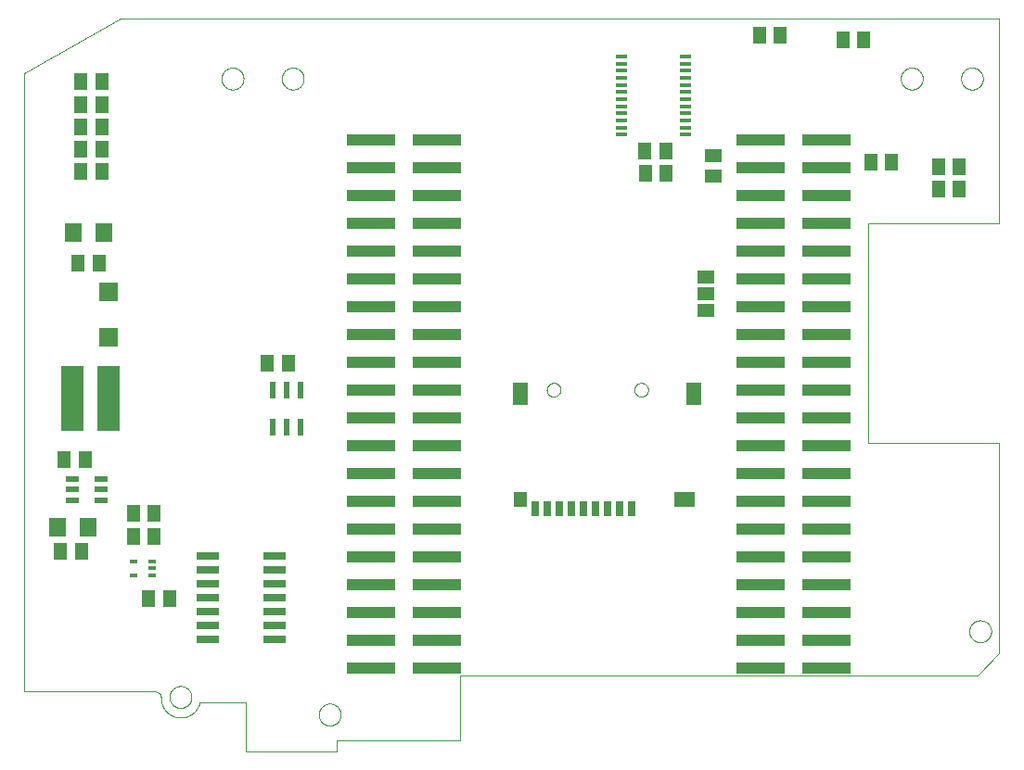
<source format=gbp>
G75*
%MOIN*%
%OFA0B0*%
%FSLAX25Y25*%
%IPPOS*%
%LPD*%
%AMOC8*
5,1,8,0,0,1.08239X$1,22.5*
%
%ADD10C,0.00000*%
%ADD11R,0.05118X0.05906*%
%ADD12R,0.06299X0.07087*%
%ADD13R,0.05118X0.06299*%
%ADD14R,0.17717X0.04016*%
%ADD15R,0.02756X0.05512*%
%ADD16R,0.05512X0.07874*%
%ADD17R,0.05039X0.05512*%
%ADD18R,0.07677X0.05512*%
%ADD19R,0.07874X0.23622*%
%ADD20R,0.06693X0.07087*%
%ADD21R,0.06300X0.04600*%
%ADD22R,0.04800X0.02200*%
%ADD23R,0.02087X0.06024*%
%ADD24R,0.02756X0.01575*%
%ADD25R,0.03900X0.01200*%
%ADD26R,0.08000X0.02600*%
%ADD27R,0.06299X0.05118*%
D10*
X0014319Y0022654D02*
X0060973Y0022654D01*
X0060973Y0022653D02*
X0061070Y0022654D01*
X0061168Y0022650D01*
X0061266Y0022643D01*
X0061363Y0022631D01*
X0061459Y0022616D01*
X0061555Y0022597D01*
X0061650Y0022574D01*
X0061744Y0022548D01*
X0061837Y0022517D01*
X0061929Y0022483D01*
X0062019Y0022446D01*
X0062108Y0022404D01*
X0062195Y0022360D01*
X0062280Y0022311D01*
X0062363Y0022260D01*
X0062444Y0022205D01*
X0062523Y0022147D01*
X0062599Y0022086D01*
X0062673Y0022022D01*
X0062744Y0021955D01*
X0062813Y0021885D01*
X0062878Y0021813D01*
X0062941Y0021738D01*
X0063001Y0021660D01*
X0063057Y0021581D01*
X0063111Y0021499D01*
X0063161Y0021415D01*
X0063207Y0021329D01*
X0063250Y0021241D01*
X0063290Y0021152D01*
X0063326Y0021061D01*
X0063358Y0020968D01*
X0063387Y0020875D01*
X0063412Y0020780D01*
X0063433Y0020685D01*
X0066484Y0020685D02*
X0066486Y0020810D01*
X0066492Y0020935D01*
X0066502Y0021059D01*
X0066516Y0021183D01*
X0066533Y0021307D01*
X0066555Y0021430D01*
X0066581Y0021552D01*
X0066610Y0021674D01*
X0066643Y0021794D01*
X0066681Y0021913D01*
X0066721Y0022032D01*
X0066766Y0022148D01*
X0066814Y0022263D01*
X0066866Y0022377D01*
X0066922Y0022489D01*
X0066981Y0022599D01*
X0067043Y0022707D01*
X0067109Y0022814D01*
X0067178Y0022918D01*
X0067251Y0023019D01*
X0067326Y0023119D01*
X0067405Y0023216D01*
X0067487Y0023310D01*
X0067572Y0023402D01*
X0067659Y0023491D01*
X0067750Y0023577D01*
X0067843Y0023660D01*
X0067939Y0023741D01*
X0068037Y0023818D01*
X0068137Y0023892D01*
X0068240Y0023963D01*
X0068345Y0024030D01*
X0068453Y0024095D01*
X0068562Y0024155D01*
X0068673Y0024213D01*
X0068786Y0024266D01*
X0068900Y0024316D01*
X0069016Y0024363D01*
X0069133Y0024405D01*
X0069252Y0024444D01*
X0069372Y0024480D01*
X0069493Y0024511D01*
X0069615Y0024539D01*
X0069737Y0024562D01*
X0069861Y0024582D01*
X0069985Y0024598D01*
X0070109Y0024610D01*
X0070234Y0024618D01*
X0070359Y0024622D01*
X0070483Y0024622D01*
X0070608Y0024618D01*
X0070733Y0024610D01*
X0070857Y0024598D01*
X0070981Y0024582D01*
X0071105Y0024562D01*
X0071227Y0024539D01*
X0071349Y0024511D01*
X0071470Y0024480D01*
X0071590Y0024444D01*
X0071709Y0024405D01*
X0071826Y0024363D01*
X0071942Y0024316D01*
X0072056Y0024266D01*
X0072169Y0024213D01*
X0072280Y0024155D01*
X0072390Y0024095D01*
X0072497Y0024030D01*
X0072602Y0023963D01*
X0072705Y0023892D01*
X0072805Y0023818D01*
X0072903Y0023741D01*
X0072999Y0023660D01*
X0073092Y0023577D01*
X0073183Y0023491D01*
X0073270Y0023402D01*
X0073355Y0023310D01*
X0073437Y0023216D01*
X0073516Y0023119D01*
X0073591Y0023019D01*
X0073664Y0022918D01*
X0073733Y0022814D01*
X0073799Y0022707D01*
X0073861Y0022599D01*
X0073920Y0022489D01*
X0073976Y0022377D01*
X0074028Y0022263D01*
X0074076Y0022148D01*
X0074121Y0022032D01*
X0074161Y0021913D01*
X0074199Y0021794D01*
X0074232Y0021674D01*
X0074261Y0021552D01*
X0074287Y0021430D01*
X0074309Y0021307D01*
X0074326Y0021183D01*
X0074340Y0021059D01*
X0074350Y0020935D01*
X0074356Y0020810D01*
X0074358Y0020685D01*
X0074356Y0020560D01*
X0074350Y0020435D01*
X0074340Y0020311D01*
X0074326Y0020187D01*
X0074309Y0020063D01*
X0074287Y0019940D01*
X0074261Y0019818D01*
X0074232Y0019696D01*
X0074199Y0019576D01*
X0074161Y0019457D01*
X0074121Y0019338D01*
X0074076Y0019222D01*
X0074028Y0019107D01*
X0073976Y0018993D01*
X0073920Y0018881D01*
X0073861Y0018771D01*
X0073799Y0018663D01*
X0073733Y0018556D01*
X0073664Y0018452D01*
X0073591Y0018351D01*
X0073516Y0018251D01*
X0073437Y0018154D01*
X0073355Y0018060D01*
X0073270Y0017968D01*
X0073183Y0017879D01*
X0073092Y0017793D01*
X0072999Y0017710D01*
X0072903Y0017629D01*
X0072805Y0017552D01*
X0072705Y0017478D01*
X0072602Y0017407D01*
X0072497Y0017340D01*
X0072389Y0017275D01*
X0072280Y0017215D01*
X0072169Y0017157D01*
X0072056Y0017104D01*
X0071942Y0017054D01*
X0071826Y0017007D01*
X0071709Y0016965D01*
X0071590Y0016926D01*
X0071470Y0016890D01*
X0071349Y0016859D01*
X0071227Y0016831D01*
X0071105Y0016808D01*
X0070981Y0016788D01*
X0070857Y0016772D01*
X0070733Y0016760D01*
X0070608Y0016752D01*
X0070483Y0016748D01*
X0070359Y0016748D01*
X0070234Y0016752D01*
X0070109Y0016760D01*
X0069985Y0016772D01*
X0069861Y0016788D01*
X0069737Y0016808D01*
X0069615Y0016831D01*
X0069493Y0016859D01*
X0069372Y0016890D01*
X0069252Y0016926D01*
X0069133Y0016965D01*
X0069016Y0017007D01*
X0068900Y0017054D01*
X0068786Y0017104D01*
X0068673Y0017157D01*
X0068562Y0017215D01*
X0068452Y0017275D01*
X0068345Y0017340D01*
X0068240Y0017407D01*
X0068137Y0017478D01*
X0068037Y0017552D01*
X0067939Y0017629D01*
X0067843Y0017710D01*
X0067750Y0017793D01*
X0067659Y0017879D01*
X0067572Y0017968D01*
X0067487Y0018060D01*
X0067405Y0018154D01*
X0067326Y0018251D01*
X0067251Y0018351D01*
X0067178Y0018452D01*
X0067109Y0018556D01*
X0067043Y0018663D01*
X0066981Y0018771D01*
X0066922Y0018881D01*
X0066866Y0018993D01*
X0066814Y0019107D01*
X0066766Y0019222D01*
X0066721Y0019338D01*
X0066681Y0019457D01*
X0066643Y0019576D01*
X0066610Y0019696D01*
X0066581Y0019818D01*
X0066555Y0019940D01*
X0066533Y0020063D01*
X0066516Y0020187D01*
X0066502Y0020311D01*
X0066492Y0020435D01*
X0066486Y0020560D01*
X0066484Y0020685D01*
X0063433Y0020685D02*
X0063426Y0020513D01*
X0063423Y0020340D01*
X0063424Y0020168D01*
X0063430Y0019995D01*
X0063440Y0019823D01*
X0063454Y0019651D01*
X0063472Y0019480D01*
X0063494Y0019309D01*
X0063521Y0019138D01*
X0063552Y0018969D01*
X0063587Y0018800D01*
X0063626Y0018632D01*
X0063669Y0018465D01*
X0063716Y0018299D01*
X0063767Y0018134D01*
X0063823Y0017971D01*
X0063882Y0017809D01*
X0063945Y0017648D01*
X0064012Y0017489D01*
X0064083Y0017332D01*
X0064158Y0017177D01*
X0064237Y0017023D01*
X0064319Y0016872D01*
X0064406Y0016722D01*
X0064495Y0016575D01*
X0064589Y0016430D01*
X0064685Y0016287D01*
X0064786Y0016147D01*
X0064890Y0016009D01*
X0064997Y0015874D01*
X0065107Y0015741D01*
X0065221Y0015611D01*
X0065337Y0015484D01*
X0065457Y0015360D01*
X0065580Y0015239D01*
X0065706Y0015121D01*
X0065834Y0015006D01*
X0065966Y0014894D01*
X0066100Y0014786D01*
X0066237Y0014680D01*
X0066376Y0014579D01*
X0066517Y0014480D01*
X0066662Y0014385D01*
X0066808Y0014294D01*
X0066956Y0014206D01*
X0067107Y0014122D01*
X0067260Y0014042D01*
X0067414Y0013965D01*
X0067571Y0013893D01*
X0067729Y0013824D01*
X0067889Y0013759D01*
X0068050Y0013698D01*
X0068213Y0013641D01*
X0068377Y0013588D01*
X0068542Y0013539D01*
X0068709Y0013494D01*
X0068877Y0013453D01*
X0069045Y0013416D01*
X0069215Y0013384D01*
X0069385Y0013355D01*
X0069555Y0013331D01*
X0069727Y0013311D01*
X0069899Y0013295D01*
X0070071Y0013284D01*
X0070243Y0013276D01*
X0070416Y0013273D01*
X0070588Y0013274D01*
X0070760Y0013280D01*
X0070933Y0013289D01*
X0071105Y0013303D01*
X0071276Y0013321D01*
X0071447Y0013343D01*
X0071618Y0013369D01*
X0071788Y0013400D01*
X0071957Y0013434D01*
X0072125Y0013473D01*
X0072292Y0013516D01*
X0072458Y0013563D01*
X0072622Y0013614D01*
X0072786Y0013669D01*
X0072948Y0013728D01*
X0073109Y0013791D01*
X0073268Y0013858D01*
X0073425Y0013929D01*
X0073580Y0014004D01*
X0073734Y0014082D01*
X0073886Y0014164D01*
X0074035Y0014250D01*
X0074183Y0014340D01*
X0074328Y0014433D01*
X0074471Y0014530D01*
X0074611Y0014630D01*
X0074749Y0014733D01*
X0074885Y0014840D01*
X0075017Y0014950D01*
X0075147Y0015064D01*
X0075274Y0015180D01*
X0075399Y0015300D01*
X0075520Y0015423D01*
X0075638Y0015548D01*
X0075753Y0015677D01*
X0075865Y0015808D01*
X0075974Y0015942D01*
X0076080Y0016078D01*
X0076182Y0016218D01*
X0076280Y0016359D01*
X0076375Y0016503D01*
X0076467Y0016649D01*
X0076555Y0016798D01*
X0076639Y0016948D01*
X0076719Y0017101D01*
X0076796Y0017255D01*
X0076869Y0017412D01*
X0076938Y0017570D01*
X0077003Y0017729D01*
X0077065Y0017891D01*
X0077122Y0018053D01*
X0077175Y0018217D01*
X0077224Y0018383D01*
X0077270Y0018549D01*
X0077311Y0018717D01*
X0094043Y0018717D01*
X0094043Y0001000D01*
X0126524Y0001000D01*
X0126524Y0004937D01*
X0171012Y0004937D01*
X0171012Y0028559D01*
X0356839Y0028559D01*
X0364713Y0036433D01*
X0364713Y0112220D01*
X0317469Y0112220D01*
X0317469Y0190961D01*
X0364713Y0190961D01*
X0364713Y0264780D01*
X0048768Y0264780D01*
X0014319Y0245094D01*
X0014319Y0022654D01*
X0120126Y0014346D02*
X0120128Y0014471D01*
X0120134Y0014596D01*
X0120144Y0014720D01*
X0120158Y0014844D01*
X0120175Y0014968D01*
X0120197Y0015091D01*
X0120223Y0015213D01*
X0120252Y0015335D01*
X0120285Y0015455D01*
X0120323Y0015574D01*
X0120363Y0015693D01*
X0120408Y0015809D01*
X0120456Y0015924D01*
X0120508Y0016038D01*
X0120564Y0016150D01*
X0120623Y0016260D01*
X0120685Y0016368D01*
X0120751Y0016475D01*
X0120820Y0016579D01*
X0120893Y0016680D01*
X0120968Y0016780D01*
X0121047Y0016877D01*
X0121129Y0016971D01*
X0121214Y0017063D01*
X0121301Y0017152D01*
X0121392Y0017238D01*
X0121485Y0017321D01*
X0121581Y0017402D01*
X0121679Y0017479D01*
X0121779Y0017553D01*
X0121882Y0017624D01*
X0121987Y0017691D01*
X0122095Y0017756D01*
X0122204Y0017816D01*
X0122315Y0017874D01*
X0122428Y0017927D01*
X0122542Y0017977D01*
X0122658Y0018024D01*
X0122775Y0018066D01*
X0122894Y0018105D01*
X0123014Y0018141D01*
X0123135Y0018172D01*
X0123257Y0018200D01*
X0123379Y0018223D01*
X0123503Y0018243D01*
X0123627Y0018259D01*
X0123751Y0018271D01*
X0123876Y0018279D01*
X0124001Y0018283D01*
X0124125Y0018283D01*
X0124250Y0018279D01*
X0124375Y0018271D01*
X0124499Y0018259D01*
X0124623Y0018243D01*
X0124747Y0018223D01*
X0124869Y0018200D01*
X0124991Y0018172D01*
X0125112Y0018141D01*
X0125232Y0018105D01*
X0125351Y0018066D01*
X0125468Y0018024D01*
X0125584Y0017977D01*
X0125698Y0017927D01*
X0125811Y0017874D01*
X0125922Y0017816D01*
X0126032Y0017756D01*
X0126139Y0017691D01*
X0126244Y0017624D01*
X0126347Y0017553D01*
X0126447Y0017479D01*
X0126545Y0017402D01*
X0126641Y0017321D01*
X0126734Y0017238D01*
X0126825Y0017152D01*
X0126912Y0017063D01*
X0126997Y0016971D01*
X0127079Y0016877D01*
X0127158Y0016780D01*
X0127233Y0016680D01*
X0127306Y0016579D01*
X0127375Y0016475D01*
X0127441Y0016368D01*
X0127503Y0016260D01*
X0127562Y0016150D01*
X0127618Y0016038D01*
X0127670Y0015924D01*
X0127718Y0015809D01*
X0127763Y0015693D01*
X0127803Y0015574D01*
X0127841Y0015455D01*
X0127874Y0015335D01*
X0127903Y0015213D01*
X0127929Y0015091D01*
X0127951Y0014968D01*
X0127968Y0014844D01*
X0127982Y0014720D01*
X0127992Y0014596D01*
X0127998Y0014471D01*
X0128000Y0014346D01*
X0127998Y0014221D01*
X0127992Y0014096D01*
X0127982Y0013972D01*
X0127968Y0013848D01*
X0127951Y0013724D01*
X0127929Y0013601D01*
X0127903Y0013479D01*
X0127874Y0013357D01*
X0127841Y0013237D01*
X0127803Y0013118D01*
X0127763Y0012999D01*
X0127718Y0012883D01*
X0127670Y0012768D01*
X0127618Y0012654D01*
X0127562Y0012542D01*
X0127503Y0012432D01*
X0127441Y0012324D01*
X0127375Y0012217D01*
X0127306Y0012113D01*
X0127233Y0012012D01*
X0127158Y0011912D01*
X0127079Y0011815D01*
X0126997Y0011721D01*
X0126912Y0011629D01*
X0126825Y0011540D01*
X0126734Y0011454D01*
X0126641Y0011371D01*
X0126545Y0011290D01*
X0126447Y0011213D01*
X0126347Y0011139D01*
X0126244Y0011068D01*
X0126139Y0011001D01*
X0126031Y0010936D01*
X0125922Y0010876D01*
X0125811Y0010818D01*
X0125698Y0010765D01*
X0125584Y0010715D01*
X0125468Y0010668D01*
X0125351Y0010626D01*
X0125232Y0010587D01*
X0125112Y0010551D01*
X0124991Y0010520D01*
X0124869Y0010492D01*
X0124747Y0010469D01*
X0124623Y0010449D01*
X0124499Y0010433D01*
X0124375Y0010421D01*
X0124250Y0010413D01*
X0124125Y0010409D01*
X0124001Y0010409D01*
X0123876Y0010413D01*
X0123751Y0010421D01*
X0123627Y0010433D01*
X0123503Y0010449D01*
X0123379Y0010469D01*
X0123257Y0010492D01*
X0123135Y0010520D01*
X0123014Y0010551D01*
X0122894Y0010587D01*
X0122775Y0010626D01*
X0122658Y0010668D01*
X0122542Y0010715D01*
X0122428Y0010765D01*
X0122315Y0010818D01*
X0122204Y0010876D01*
X0122094Y0010936D01*
X0121987Y0011001D01*
X0121882Y0011068D01*
X0121779Y0011139D01*
X0121679Y0011213D01*
X0121581Y0011290D01*
X0121485Y0011371D01*
X0121392Y0011454D01*
X0121301Y0011540D01*
X0121214Y0011629D01*
X0121129Y0011721D01*
X0121047Y0011815D01*
X0120968Y0011912D01*
X0120893Y0012012D01*
X0120820Y0012113D01*
X0120751Y0012217D01*
X0120685Y0012324D01*
X0120623Y0012432D01*
X0120564Y0012542D01*
X0120508Y0012654D01*
X0120456Y0012768D01*
X0120408Y0012883D01*
X0120363Y0012999D01*
X0120323Y0013118D01*
X0120285Y0013237D01*
X0120252Y0013357D01*
X0120223Y0013479D01*
X0120197Y0013601D01*
X0120175Y0013724D01*
X0120158Y0013848D01*
X0120144Y0013972D01*
X0120134Y0014096D01*
X0120128Y0014221D01*
X0120126Y0014346D01*
X0202055Y0131189D02*
X0202057Y0131288D01*
X0202063Y0131387D01*
X0202073Y0131486D01*
X0202087Y0131584D01*
X0202105Y0131681D01*
X0202127Y0131778D01*
X0202152Y0131874D01*
X0202182Y0131968D01*
X0202215Y0132062D01*
X0202252Y0132154D01*
X0202293Y0132244D01*
X0202337Y0132333D01*
X0202385Y0132419D01*
X0202436Y0132504D01*
X0202491Y0132587D01*
X0202549Y0132667D01*
X0202610Y0132745D01*
X0202674Y0132821D01*
X0202741Y0132894D01*
X0202811Y0132964D01*
X0202884Y0133031D01*
X0202960Y0133095D01*
X0203038Y0133156D01*
X0203118Y0133214D01*
X0203201Y0133269D01*
X0203285Y0133320D01*
X0203372Y0133368D01*
X0203461Y0133412D01*
X0203551Y0133453D01*
X0203643Y0133490D01*
X0203737Y0133523D01*
X0203831Y0133553D01*
X0203927Y0133578D01*
X0204024Y0133600D01*
X0204121Y0133618D01*
X0204219Y0133632D01*
X0204318Y0133642D01*
X0204417Y0133648D01*
X0204516Y0133650D01*
X0204615Y0133648D01*
X0204714Y0133642D01*
X0204813Y0133632D01*
X0204911Y0133618D01*
X0205008Y0133600D01*
X0205105Y0133578D01*
X0205201Y0133553D01*
X0205295Y0133523D01*
X0205389Y0133490D01*
X0205481Y0133453D01*
X0205571Y0133412D01*
X0205660Y0133368D01*
X0205746Y0133320D01*
X0205831Y0133269D01*
X0205914Y0133214D01*
X0205994Y0133156D01*
X0206072Y0133095D01*
X0206148Y0133031D01*
X0206221Y0132964D01*
X0206291Y0132894D01*
X0206358Y0132821D01*
X0206422Y0132745D01*
X0206483Y0132667D01*
X0206541Y0132587D01*
X0206596Y0132504D01*
X0206647Y0132420D01*
X0206695Y0132333D01*
X0206739Y0132244D01*
X0206780Y0132154D01*
X0206817Y0132062D01*
X0206850Y0131968D01*
X0206880Y0131874D01*
X0206905Y0131778D01*
X0206927Y0131681D01*
X0206945Y0131584D01*
X0206959Y0131486D01*
X0206969Y0131387D01*
X0206975Y0131288D01*
X0206977Y0131189D01*
X0206975Y0131090D01*
X0206969Y0130991D01*
X0206959Y0130892D01*
X0206945Y0130794D01*
X0206927Y0130697D01*
X0206905Y0130600D01*
X0206880Y0130504D01*
X0206850Y0130410D01*
X0206817Y0130316D01*
X0206780Y0130224D01*
X0206739Y0130134D01*
X0206695Y0130045D01*
X0206647Y0129959D01*
X0206596Y0129874D01*
X0206541Y0129791D01*
X0206483Y0129711D01*
X0206422Y0129633D01*
X0206358Y0129557D01*
X0206291Y0129484D01*
X0206221Y0129414D01*
X0206148Y0129347D01*
X0206072Y0129283D01*
X0205994Y0129222D01*
X0205914Y0129164D01*
X0205831Y0129109D01*
X0205747Y0129058D01*
X0205660Y0129010D01*
X0205571Y0128966D01*
X0205481Y0128925D01*
X0205389Y0128888D01*
X0205295Y0128855D01*
X0205201Y0128825D01*
X0205105Y0128800D01*
X0205008Y0128778D01*
X0204911Y0128760D01*
X0204813Y0128746D01*
X0204714Y0128736D01*
X0204615Y0128730D01*
X0204516Y0128728D01*
X0204417Y0128730D01*
X0204318Y0128736D01*
X0204219Y0128746D01*
X0204121Y0128760D01*
X0204024Y0128778D01*
X0203927Y0128800D01*
X0203831Y0128825D01*
X0203737Y0128855D01*
X0203643Y0128888D01*
X0203551Y0128925D01*
X0203461Y0128966D01*
X0203372Y0129010D01*
X0203286Y0129058D01*
X0203201Y0129109D01*
X0203118Y0129164D01*
X0203038Y0129222D01*
X0202960Y0129283D01*
X0202884Y0129347D01*
X0202811Y0129414D01*
X0202741Y0129484D01*
X0202674Y0129557D01*
X0202610Y0129633D01*
X0202549Y0129711D01*
X0202491Y0129791D01*
X0202436Y0129874D01*
X0202385Y0129958D01*
X0202337Y0130045D01*
X0202293Y0130134D01*
X0202252Y0130224D01*
X0202215Y0130316D01*
X0202182Y0130410D01*
X0202152Y0130504D01*
X0202127Y0130600D01*
X0202105Y0130697D01*
X0202087Y0130794D01*
X0202073Y0130892D01*
X0202063Y0130991D01*
X0202057Y0131090D01*
X0202055Y0131189D01*
X0233551Y0131189D02*
X0233553Y0131288D01*
X0233559Y0131387D01*
X0233569Y0131486D01*
X0233583Y0131584D01*
X0233601Y0131681D01*
X0233623Y0131778D01*
X0233648Y0131874D01*
X0233678Y0131968D01*
X0233711Y0132062D01*
X0233748Y0132154D01*
X0233789Y0132244D01*
X0233833Y0132333D01*
X0233881Y0132419D01*
X0233932Y0132504D01*
X0233987Y0132587D01*
X0234045Y0132667D01*
X0234106Y0132745D01*
X0234170Y0132821D01*
X0234237Y0132894D01*
X0234307Y0132964D01*
X0234380Y0133031D01*
X0234456Y0133095D01*
X0234534Y0133156D01*
X0234614Y0133214D01*
X0234697Y0133269D01*
X0234781Y0133320D01*
X0234868Y0133368D01*
X0234957Y0133412D01*
X0235047Y0133453D01*
X0235139Y0133490D01*
X0235233Y0133523D01*
X0235327Y0133553D01*
X0235423Y0133578D01*
X0235520Y0133600D01*
X0235617Y0133618D01*
X0235715Y0133632D01*
X0235814Y0133642D01*
X0235913Y0133648D01*
X0236012Y0133650D01*
X0236111Y0133648D01*
X0236210Y0133642D01*
X0236309Y0133632D01*
X0236407Y0133618D01*
X0236504Y0133600D01*
X0236601Y0133578D01*
X0236697Y0133553D01*
X0236791Y0133523D01*
X0236885Y0133490D01*
X0236977Y0133453D01*
X0237067Y0133412D01*
X0237156Y0133368D01*
X0237242Y0133320D01*
X0237327Y0133269D01*
X0237410Y0133214D01*
X0237490Y0133156D01*
X0237568Y0133095D01*
X0237644Y0133031D01*
X0237717Y0132964D01*
X0237787Y0132894D01*
X0237854Y0132821D01*
X0237918Y0132745D01*
X0237979Y0132667D01*
X0238037Y0132587D01*
X0238092Y0132504D01*
X0238143Y0132420D01*
X0238191Y0132333D01*
X0238235Y0132244D01*
X0238276Y0132154D01*
X0238313Y0132062D01*
X0238346Y0131968D01*
X0238376Y0131874D01*
X0238401Y0131778D01*
X0238423Y0131681D01*
X0238441Y0131584D01*
X0238455Y0131486D01*
X0238465Y0131387D01*
X0238471Y0131288D01*
X0238473Y0131189D01*
X0238471Y0131090D01*
X0238465Y0130991D01*
X0238455Y0130892D01*
X0238441Y0130794D01*
X0238423Y0130697D01*
X0238401Y0130600D01*
X0238376Y0130504D01*
X0238346Y0130410D01*
X0238313Y0130316D01*
X0238276Y0130224D01*
X0238235Y0130134D01*
X0238191Y0130045D01*
X0238143Y0129959D01*
X0238092Y0129874D01*
X0238037Y0129791D01*
X0237979Y0129711D01*
X0237918Y0129633D01*
X0237854Y0129557D01*
X0237787Y0129484D01*
X0237717Y0129414D01*
X0237644Y0129347D01*
X0237568Y0129283D01*
X0237490Y0129222D01*
X0237410Y0129164D01*
X0237327Y0129109D01*
X0237243Y0129058D01*
X0237156Y0129010D01*
X0237067Y0128966D01*
X0236977Y0128925D01*
X0236885Y0128888D01*
X0236791Y0128855D01*
X0236697Y0128825D01*
X0236601Y0128800D01*
X0236504Y0128778D01*
X0236407Y0128760D01*
X0236309Y0128746D01*
X0236210Y0128736D01*
X0236111Y0128730D01*
X0236012Y0128728D01*
X0235913Y0128730D01*
X0235814Y0128736D01*
X0235715Y0128746D01*
X0235617Y0128760D01*
X0235520Y0128778D01*
X0235423Y0128800D01*
X0235327Y0128825D01*
X0235233Y0128855D01*
X0235139Y0128888D01*
X0235047Y0128925D01*
X0234957Y0128966D01*
X0234868Y0129010D01*
X0234782Y0129058D01*
X0234697Y0129109D01*
X0234614Y0129164D01*
X0234534Y0129222D01*
X0234456Y0129283D01*
X0234380Y0129347D01*
X0234307Y0129414D01*
X0234237Y0129484D01*
X0234170Y0129557D01*
X0234106Y0129633D01*
X0234045Y0129711D01*
X0233987Y0129791D01*
X0233932Y0129874D01*
X0233881Y0129958D01*
X0233833Y0130045D01*
X0233789Y0130134D01*
X0233748Y0130224D01*
X0233711Y0130316D01*
X0233678Y0130410D01*
X0233648Y0130504D01*
X0233623Y0130600D01*
X0233601Y0130697D01*
X0233583Y0130794D01*
X0233569Y0130892D01*
X0233559Y0130991D01*
X0233553Y0131090D01*
X0233551Y0131189D01*
X0353886Y0044307D02*
X0353888Y0044432D01*
X0353894Y0044557D01*
X0353904Y0044681D01*
X0353918Y0044805D01*
X0353935Y0044929D01*
X0353957Y0045052D01*
X0353983Y0045174D01*
X0354012Y0045296D01*
X0354045Y0045416D01*
X0354083Y0045535D01*
X0354123Y0045654D01*
X0354168Y0045770D01*
X0354216Y0045885D01*
X0354268Y0045999D01*
X0354324Y0046111D01*
X0354383Y0046221D01*
X0354445Y0046329D01*
X0354511Y0046436D01*
X0354580Y0046540D01*
X0354653Y0046641D01*
X0354728Y0046741D01*
X0354807Y0046838D01*
X0354889Y0046932D01*
X0354974Y0047024D01*
X0355061Y0047113D01*
X0355152Y0047199D01*
X0355245Y0047282D01*
X0355341Y0047363D01*
X0355439Y0047440D01*
X0355539Y0047514D01*
X0355642Y0047585D01*
X0355747Y0047652D01*
X0355855Y0047717D01*
X0355964Y0047777D01*
X0356075Y0047835D01*
X0356188Y0047888D01*
X0356302Y0047938D01*
X0356418Y0047985D01*
X0356535Y0048027D01*
X0356654Y0048066D01*
X0356774Y0048102D01*
X0356895Y0048133D01*
X0357017Y0048161D01*
X0357139Y0048184D01*
X0357263Y0048204D01*
X0357387Y0048220D01*
X0357511Y0048232D01*
X0357636Y0048240D01*
X0357761Y0048244D01*
X0357885Y0048244D01*
X0358010Y0048240D01*
X0358135Y0048232D01*
X0358259Y0048220D01*
X0358383Y0048204D01*
X0358507Y0048184D01*
X0358629Y0048161D01*
X0358751Y0048133D01*
X0358872Y0048102D01*
X0358992Y0048066D01*
X0359111Y0048027D01*
X0359228Y0047985D01*
X0359344Y0047938D01*
X0359458Y0047888D01*
X0359571Y0047835D01*
X0359682Y0047777D01*
X0359792Y0047717D01*
X0359899Y0047652D01*
X0360004Y0047585D01*
X0360107Y0047514D01*
X0360207Y0047440D01*
X0360305Y0047363D01*
X0360401Y0047282D01*
X0360494Y0047199D01*
X0360585Y0047113D01*
X0360672Y0047024D01*
X0360757Y0046932D01*
X0360839Y0046838D01*
X0360918Y0046741D01*
X0360993Y0046641D01*
X0361066Y0046540D01*
X0361135Y0046436D01*
X0361201Y0046329D01*
X0361263Y0046221D01*
X0361322Y0046111D01*
X0361378Y0045999D01*
X0361430Y0045885D01*
X0361478Y0045770D01*
X0361523Y0045654D01*
X0361563Y0045535D01*
X0361601Y0045416D01*
X0361634Y0045296D01*
X0361663Y0045174D01*
X0361689Y0045052D01*
X0361711Y0044929D01*
X0361728Y0044805D01*
X0361742Y0044681D01*
X0361752Y0044557D01*
X0361758Y0044432D01*
X0361760Y0044307D01*
X0361758Y0044182D01*
X0361752Y0044057D01*
X0361742Y0043933D01*
X0361728Y0043809D01*
X0361711Y0043685D01*
X0361689Y0043562D01*
X0361663Y0043440D01*
X0361634Y0043318D01*
X0361601Y0043198D01*
X0361563Y0043079D01*
X0361523Y0042960D01*
X0361478Y0042844D01*
X0361430Y0042729D01*
X0361378Y0042615D01*
X0361322Y0042503D01*
X0361263Y0042393D01*
X0361201Y0042285D01*
X0361135Y0042178D01*
X0361066Y0042074D01*
X0360993Y0041973D01*
X0360918Y0041873D01*
X0360839Y0041776D01*
X0360757Y0041682D01*
X0360672Y0041590D01*
X0360585Y0041501D01*
X0360494Y0041415D01*
X0360401Y0041332D01*
X0360305Y0041251D01*
X0360207Y0041174D01*
X0360107Y0041100D01*
X0360004Y0041029D01*
X0359899Y0040962D01*
X0359791Y0040897D01*
X0359682Y0040837D01*
X0359571Y0040779D01*
X0359458Y0040726D01*
X0359344Y0040676D01*
X0359228Y0040629D01*
X0359111Y0040587D01*
X0358992Y0040548D01*
X0358872Y0040512D01*
X0358751Y0040481D01*
X0358629Y0040453D01*
X0358507Y0040430D01*
X0358383Y0040410D01*
X0358259Y0040394D01*
X0358135Y0040382D01*
X0358010Y0040374D01*
X0357885Y0040370D01*
X0357761Y0040370D01*
X0357636Y0040374D01*
X0357511Y0040382D01*
X0357387Y0040394D01*
X0357263Y0040410D01*
X0357139Y0040430D01*
X0357017Y0040453D01*
X0356895Y0040481D01*
X0356774Y0040512D01*
X0356654Y0040548D01*
X0356535Y0040587D01*
X0356418Y0040629D01*
X0356302Y0040676D01*
X0356188Y0040726D01*
X0356075Y0040779D01*
X0355964Y0040837D01*
X0355854Y0040897D01*
X0355747Y0040962D01*
X0355642Y0041029D01*
X0355539Y0041100D01*
X0355439Y0041174D01*
X0355341Y0041251D01*
X0355245Y0041332D01*
X0355152Y0041415D01*
X0355061Y0041501D01*
X0354974Y0041590D01*
X0354889Y0041682D01*
X0354807Y0041776D01*
X0354728Y0041873D01*
X0354653Y0041973D01*
X0354580Y0042074D01*
X0354511Y0042178D01*
X0354445Y0042285D01*
X0354383Y0042393D01*
X0354324Y0042503D01*
X0354268Y0042615D01*
X0354216Y0042729D01*
X0354168Y0042844D01*
X0354123Y0042960D01*
X0354083Y0043079D01*
X0354045Y0043198D01*
X0354012Y0043318D01*
X0353983Y0043440D01*
X0353957Y0043562D01*
X0353935Y0043685D01*
X0353918Y0043809D01*
X0353904Y0043933D01*
X0353894Y0044057D01*
X0353888Y0044182D01*
X0353886Y0044307D01*
X0350933Y0243126D02*
X0350935Y0243251D01*
X0350941Y0243376D01*
X0350951Y0243500D01*
X0350965Y0243624D01*
X0350982Y0243748D01*
X0351004Y0243871D01*
X0351030Y0243993D01*
X0351059Y0244115D01*
X0351092Y0244235D01*
X0351130Y0244354D01*
X0351170Y0244473D01*
X0351215Y0244589D01*
X0351263Y0244704D01*
X0351315Y0244818D01*
X0351371Y0244930D01*
X0351430Y0245040D01*
X0351492Y0245148D01*
X0351558Y0245255D01*
X0351627Y0245359D01*
X0351700Y0245460D01*
X0351775Y0245560D01*
X0351854Y0245657D01*
X0351936Y0245751D01*
X0352021Y0245843D01*
X0352108Y0245932D01*
X0352199Y0246018D01*
X0352292Y0246101D01*
X0352388Y0246182D01*
X0352486Y0246259D01*
X0352586Y0246333D01*
X0352689Y0246404D01*
X0352794Y0246471D01*
X0352902Y0246536D01*
X0353011Y0246596D01*
X0353122Y0246654D01*
X0353235Y0246707D01*
X0353349Y0246757D01*
X0353465Y0246804D01*
X0353582Y0246846D01*
X0353701Y0246885D01*
X0353821Y0246921D01*
X0353942Y0246952D01*
X0354064Y0246980D01*
X0354186Y0247003D01*
X0354310Y0247023D01*
X0354434Y0247039D01*
X0354558Y0247051D01*
X0354683Y0247059D01*
X0354808Y0247063D01*
X0354932Y0247063D01*
X0355057Y0247059D01*
X0355182Y0247051D01*
X0355306Y0247039D01*
X0355430Y0247023D01*
X0355554Y0247003D01*
X0355676Y0246980D01*
X0355798Y0246952D01*
X0355919Y0246921D01*
X0356039Y0246885D01*
X0356158Y0246846D01*
X0356275Y0246804D01*
X0356391Y0246757D01*
X0356505Y0246707D01*
X0356618Y0246654D01*
X0356729Y0246596D01*
X0356839Y0246536D01*
X0356946Y0246471D01*
X0357051Y0246404D01*
X0357154Y0246333D01*
X0357254Y0246259D01*
X0357352Y0246182D01*
X0357448Y0246101D01*
X0357541Y0246018D01*
X0357632Y0245932D01*
X0357719Y0245843D01*
X0357804Y0245751D01*
X0357886Y0245657D01*
X0357965Y0245560D01*
X0358040Y0245460D01*
X0358113Y0245359D01*
X0358182Y0245255D01*
X0358248Y0245148D01*
X0358310Y0245040D01*
X0358369Y0244930D01*
X0358425Y0244818D01*
X0358477Y0244704D01*
X0358525Y0244589D01*
X0358570Y0244473D01*
X0358610Y0244354D01*
X0358648Y0244235D01*
X0358681Y0244115D01*
X0358710Y0243993D01*
X0358736Y0243871D01*
X0358758Y0243748D01*
X0358775Y0243624D01*
X0358789Y0243500D01*
X0358799Y0243376D01*
X0358805Y0243251D01*
X0358807Y0243126D01*
X0358805Y0243001D01*
X0358799Y0242876D01*
X0358789Y0242752D01*
X0358775Y0242628D01*
X0358758Y0242504D01*
X0358736Y0242381D01*
X0358710Y0242259D01*
X0358681Y0242137D01*
X0358648Y0242017D01*
X0358610Y0241898D01*
X0358570Y0241779D01*
X0358525Y0241663D01*
X0358477Y0241548D01*
X0358425Y0241434D01*
X0358369Y0241322D01*
X0358310Y0241212D01*
X0358248Y0241104D01*
X0358182Y0240997D01*
X0358113Y0240893D01*
X0358040Y0240792D01*
X0357965Y0240692D01*
X0357886Y0240595D01*
X0357804Y0240501D01*
X0357719Y0240409D01*
X0357632Y0240320D01*
X0357541Y0240234D01*
X0357448Y0240151D01*
X0357352Y0240070D01*
X0357254Y0239993D01*
X0357154Y0239919D01*
X0357051Y0239848D01*
X0356946Y0239781D01*
X0356838Y0239716D01*
X0356729Y0239656D01*
X0356618Y0239598D01*
X0356505Y0239545D01*
X0356391Y0239495D01*
X0356275Y0239448D01*
X0356158Y0239406D01*
X0356039Y0239367D01*
X0355919Y0239331D01*
X0355798Y0239300D01*
X0355676Y0239272D01*
X0355554Y0239249D01*
X0355430Y0239229D01*
X0355306Y0239213D01*
X0355182Y0239201D01*
X0355057Y0239193D01*
X0354932Y0239189D01*
X0354808Y0239189D01*
X0354683Y0239193D01*
X0354558Y0239201D01*
X0354434Y0239213D01*
X0354310Y0239229D01*
X0354186Y0239249D01*
X0354064Y0239272D01*
X0353942Y0239300D01*
X0353821Y0239331D01*
X0353701Y0239367D01*
X0353582Y0239406D01*
X0353465Y0239448D01*
X0353349Y0239495D01*
X0353235Y0239545D01*
X0353122Y0239598D01*
X0353011Y0239656D01*
X0352901Y0239716D01*
X0352794Y0239781D01*
X0352689Y0239848D01*
X0352586Y0239919D01*
X0352486Y0239993D01*
X0352388Y0240070D01*
X0352292Y0240151D01*
X0352199Y0240234D01*
X0352108Y0240320D01*
X0352021Y0240409D01*
X0351936Y0240501D01*
X0351854Y0240595D01*
X0351775Y0240692D01*
X0351700Y0240792D01*
X0351627Y0240893D01*
X0351558Y0240997D01*
X0351492Y0241104D01*
X0351430Y0241212D01*
X0351371Y0241322D01*
X0351315Y0241434D01*
X0351263Y0241548D01*
X0351215Y0241663D01*
X0351170Y0241779D01*
X0351130Y0241898D01*
X0351092Y0242017D01*
X0351059Y0242137D01*
X0351030Y0242259D01*
X0351004Y0242381D01*
X0350982Y0242504D01*
X0350965Y0242628D01*
X0350951Y0242752D01*
X0350941Y0242876D01*
X0350935Y0243001D01*
X0350933Y0243126D01*
X0329280Y0243126D02*
X0329282Y0243251D01*
X0329288Y0243376D01*
X0329298Y0243500D01*
X0329312Y0243624D01*
X0329329Y0243748D01*
X0329351Y0243871D01*
X0329377Y0243993D01*
X0329406Y0244115D01*
X0329439Y0244235D01*
X0329477Y0244354D01*
X0329517Y0244473D01*
X0329562Y0244589D01*
X0329610Y0244704D01*
X0329662Y0244818D01*
X0329718Y0244930D01*
X0329777Y0245040D01*
X0329839Y0245148D01*
X0329905Y0245255D01*
X0329974Y0245359D01*
X0330047Y0245460D01*
X0330122Y0245560D01*
X0330201Y0245657D01*
X0330283Y0245751D01*
X0330368Y0245843D01*
X0330455Y0245932D01*
X0330546Y0246018D01*
X0330639Y0246101D01*
X0330735Y0246182D01*
X0330833Y0246259D01*
X0330933Y0246333D01*
X0331036Y0246404D01*
X0331141Y0246471D01*
X0331249Y0246536D01*
X0331358Y0246596D01*
X0331469Y0246654D01*
X0331582Y0246707D01*
X0331696Y0246757D01*
X0331812Y0246804D01*
X0331929Y0246846D01*
X0332048Y0246885D01*
X0332168Y0246921D01*
X0332289Y0246952D01*
X0332411Y0246980D01*
X0332533Y0247003D01*
X0332657Y0247023D01*
X0332781Y0247039D01*
X0332905Y0247051D01*
X0333030Y0247059D01*
X0333155Y0247063D01*
X0333279Y0247063D01*
X0333404Y0247059D01*
X0333529Y0247051D01*
X0333653Y0247039D01*
X0333777Y0247023D01*
X0333901Y0247003D01*
X0334023Y0246980D01*
X0334145Y0246952D01*
X0334266Y0246921D01*
X0334386Y0246885D01*
X0334505Y0246846D01*
X0334622Y0246804D01*
X0334738Y0246757D01*
X0334852Y0246707D01*
X0334965Y0246654D01*
X0335076Y0246596D01*
X0335186Y0246536D01*
X0335293Y0246471D01*
X0335398Y0246404D01*
X0335501Y0246333D01*
X0335601Y0246259D01*
X0335699Y0246182D01*
X0335795Y0246101D01*
X0335888Y0246018D01*
X0335979Y0245932D01*
X0336066Y0245843D01*
X0336151Y0245751D01*
X0336233Y0245657D01*
X0336312Y0245560D01*
X0336387Y0245460D01*
X0336460Y0245359D01*
X0336529Y0245255D01*
X0336595Y0245148D01*
X0336657Y0245040D01*
X0336716Y0244930D01*
X0336772Y0244818D01*
X0336824Y0244704D01*
X0336872Y0244589D01*
X0336917Y0244473D01*
X0336957Y0244354D01*
X0336995Y0244235D01*
X0337028Y0244115D01*
X0337057Y0243993D01*
X0337083Y0243871D01*
X0337105Y0243748D01*
X0337122Y0243624D01*
X0337136Y0243500D01*
X0337146Y0243376D01*
X0337152Y0243251D01*
X0337154Y0243126D01*
X0337152Y0243001D01*
X0337146Y0242876D01*
X0337136Y0242752D01*
X0337122Y0242628D01*
X0337105Y0242504D01*
X0337083Y0242381D01*
X0337057Y0242259D01*
X0337028Y0242137D01*
X0336995Y0242017D01*
X0336957Y0241898D01*
X0336917Y0241779D01*
X0336872Y0241663D01*
X0336824Y0241548D01*
X0336772Y0241434D01*
X0336716Y0241322D01*
X0336657Y0241212D01*
X0336595Y0241104D01*
X0336529Y0240997D01*
X0336460Y0240893D01*
X0336387Y0240792D01*
X0336312Y0240692D01*
X0336233Y0240595D01*
X0336151Y0240501D01*
X0336066Y0240409D01*
X0335979Y0240320D01*
X0335888Y0240234D01*
X0335795Y0240151D01*
X0335699Y0240070D01*
X0335601Y0239993D01*
X0335501Y0239919D01*
X0335398Y0239848D01*
X0335293Y0239781D01*
X0335185Y0239716D01*
X0335076Y0239656D01*
X0334965Y0239598D01*
X0334852Y0239545D01*
X0334738Y0239495D01*
X0334622Y0239448D01*
X0334505Y0239406D01*
X0334386Y0239367D01*
X0334266Y0239331D01*
X0334145Y0239300D01*
X0334023Y0239272D01*
X0333901Y0239249D01*
X0333777Y0239229D01*
X0333653Y0239213D01*
X0333529Y0239201D01*
X0333404Y0239193D01*
X0333279Y0239189D01*
X0333155Y0239189D01*
X0333030Y0239193D01*
X0332905Y0239201D01*
X0332781Y0239213D01*
X0332657Y0239229D01*
X0332533Y0239249D01*
X0332411Y0239272D01*
X0332289Y0239300D01*
X0332168Y0239331D01*
X0332048Y0239367D01*
X0331929Y0239406D01*
X0331812Y0239448D01*
X0331696Y0239495D01*
X0331582Y0239545D01*
X0331469Y0239598D01*
X0331358Y0239656D01*
X0331248Y0239716D01*
X0331141Y0239781D01*
X0331036Y0239848D01*
X0330933Y0239919D01*
X0330833Y0239993D01*
X0330735Y0240070D01*
X0330639Y0240151D01*
X0330546Y0240234D01*
X0330455Y0240320D01*
X0330368Y0240409D01*
X0330283Y0240501D01*
X0330201Y0240595D01*
X0330122Y0240692D01*
X0330047Y0240792D01*
X0329974Y0240893D01*
X0329905Y0240997D01*
X0329839Y0241104D01*
X0329777Y0241212D01*
X0329718Y0241322D01*
X0329662Y0241434D01*
X0329610Y0241548D01*
X0329562Y0241663D01*
X0329517Y0241779D01*
X0329477Y0241898D01*
X0329439Y0242017D01*
X0329406Y0242137D01*
X0329377Y0242259D01*
X0329351Y0242381D01*
X0329329Y0242504D01*
X0329312Y0242628D01*
X0329298Y0242752D01*
X0329288Y0242876D01*
X0329282Y0243001D01*
X0329280Y0243126D01*
X0106839Y0243126D02*
X0106841Y0243251D01*
X0106847Y0243376D01*
X0106857Y0243500D01*
X0106871Y0243624D01*
X0106888Y0243748D01*
X0106910Y0243871D01*
X0106936Y0243993D01*
X0106965Y0244115D01*
X0106998Y0244235D01*
X0107036Y0244354D01*
X0107076Y0244473D01*
X0107121Y0244589D01*
X0107169Y0244704D01*
X0107221Y0244818D01*
X0107277Y0244930D01*
X0107336Y0245040D01*
X0107398Y0245148D01*
X0107464Y0245255D01*
X0107533Y0245359D01*
X0107606Y0245460D01*
X0107681Y0245560D01*
X0107760Y0245657D01*
X0107842Y0245751D01*
X0107927Y0245843D01*
X0108014Y0245932D01*
X0108105Y0246018D01*
X0108198Y0246101D01*
X0108294Y0246182D01*
X0108392Y0246259D01*
X0108492Y0246333D01*
X0108595Y0246404D01*
X0108700Y0246471D01*
X0108808Y0246536D01*
X0108917Y0246596D01*
X0109028Y0246654D01*
X0109141Y0246707D01*
X0109255Y0246757D01*
X0109371Y0246804D01*
X0109488Y0246846D01*
X0109607Y0246885D01*
X0109727Y0246921D01*
X0109848Y0246952D01*
X0109970Y0246980D01*
X0110092Y0247003D01*
X0110216Y0247023D01*
X0110340Y0247039D01*
X0110464Y0247051D01*
X0110589Y0247059D01*
X0110714Y0247063D01*
X0110838Y0247063D01*
X0110963Y0247059D01*
X0111088Y0247051D01*
X0111212Y0247039D01*
X0111336Y0247023D01*
X0111460Y0247003D01*
X0111582Y0246980D01*
X0111704Y0246952D01*
X0111825Y0246921D01*
X0111945Y0246885D01*
X0112064Y0246846D01*
X0112181Y0246804D01*
X0112297Y0246757D01*
X0112411Y0246707D01*
X0112524Y0246654D01*
X0112635Y0246596D01*
X0112745Y0246536D01*
X0112852Y0246471D01*
X0112957Y0246404D01*
X0113060Y0246333D01*
X0113160Y0246259D01*
X0113258Y0246182D01*
X0113354Y0246101D01*
X0113447Y0246018D01*
X0113538Y0245932D01*
X0113625Y0245843D01*
X0113710Y0245751D01*
X0113792Y0245657D01*
X0113871Y0245560D01*
X0113946Y0245460D01*
X0114019Y0245359D01*
X0114088Y0245255D01*
X0114154Y0245148D01*
X0114216Y0245040D01*
X0114275Y0244930D01*
X0114331Y0244818D01*
X0114383Y0244704D01*
X0114431Y0244589D01*
X0114476Y0244473D01*
X0114516Y0244354D01*
X0114554Y0244235D01*
X0114587Y0244115D01*
X0114616Y0243993D01*
X0114642Y0243871D01*
X0114664Y0243748D01*
X0114681Y0243624D01*
X0114695Y0243500D01*
X0114705Y0243376D01*
X0114711Y0243251D01*
X0114713Y0243126D01*
X0114711Y0243001D01*
X0114705Y0242876D01*
X0114695Y0242752D01*
X0114681Y0242628D01*
X0114664Y0242504D01*
X0114642Y0242381D01*
X0114616Y0242259D01*
X0114587Y0242137D01*
X0114554Y0242017D01*
X0114516Y0241898D01*
X0114476Y0241779D01*
X0114431Y0241663D01*
X0114383Y0241548D01*
X0114331Y0241434D01*
X0114275Y0241322D01*
X0114216Y0241212D01*
X0114154Y0241104D01*
X0114088Y0240997D01*
X0114019Y0240893D01*
X0113946Y0240792D01*
X0113871Y0240692D01*
X0113792Y0240595D01*
X0113710Y0240501D01*
X0113625Y0240409D01*
X0113538Y0240320D01*
X0113447Y0240234D01*
X0113354Y0240151D01*
X0113258Y0240070D01*
X0113160Y0239993D01*
X0113060Y0239919D01*
X0112957Y0239848D01*
X0112852Y0239781D01*
X0112744Y0239716D01*
X0112635Y0239656D01*
X0112524Y0239598D01*
X0112411Y0239545D01*
X0112297Y0239495D01*
X0112181Y0239448D01*
X0112064Y0239406D01*
X0111945Y0239367D01*
X0111825Y0239331D01*
X0111704Y0239300D01*
X0111582Y0239272D01*
X0111460Y0239249D01*
X0111336Y0239229D01*
X0111212Y0239213D01*
X0111088Y0239201D01*
X0110963Y0239193D01*
X0110838Y0239189D01*
X0110714Y0239189D01*
X0110589Y0239193D01*
X0110464Y0239201D01*
X0110340Y0239213D01*
X0110216Y0239229D01*
X0110092Y0239249D01*
X0109970Y0239272D01*
X0109848Y0239300D01*
X0109727Y0239331D01*
X0109607Y0239367D01*
X0109488Y0239406D01*
X0109371Y0239448D01*
X0109255Y0239495D01*
X0109141Y0239545D01*
X0109028Y0239598D01*
X0108917Y0239656D01*
X0108807Y0239716D01*
X0108700Y0239781D01*
X0108595Y0239848D01*
X0108492Y0239919D01*
X0108392Y0239993D01*
X0108294Y0240070D01*
X0108198Y0240151D01*
X0108105Y0240234D01*
X0108014Y0240320D01*
X0107927Y0240409D01*
X0107842Y0240501D01*
X0107760Y0240595D01*
X0107681Y0240692D01*
X0107606Y0240792D01*
X0107533Y0240893D01*
X0107464Y0240997D01*
X0107398Y0241104D01*
X0107336Y0241212D01*
X0107277Y0241322D01*
X0107221Y0241434D01*
X0107169Y0241548D01*
X0107121Y0241663D01*
X0107076Y0241779D01*
X0107036Y0241898D01*
X0106998Y0242017D01*
X0106965Y0242137D01*
X0106936Y0242259D01*
X0106910Y0242381D01*
X0106888Y0242504D01*
X0106871Y0242628D01*
X0106857Y0242752D01*
X0106847Y0242876D01*
X0106841Y0243001D01*
X0106839Y0243126D01*
X0085185Y0243126D02*
X0085187Y0243251D01*
X0085193Y0243376D01*
X0085203Y0243500D01*
X0085217Y0243624D01*
X0085234Y0243748D01*
X0085256Y0243871D01*
X0085282Y0243993D01*
X0085311Y0244115D01*
X0085344Y0244235D01*
X0085382Y0244354D01*
X0085422Y0244473D01*
X0085467Y0244589D01*
X0085515Y0244704D01*
X0085567Y0244818D01*
X0085623Y0244930D01*
X0085682Y0245040D01*
X0085744Y0245148D01*
X0085810Y0245255D01*
X0085879Y0245359D01*
X0085952Y0245460D01*
X0086027Y0245560D01*
X0086106Y0245657D01*
X0086188Y0245751D01*
X0086273Y0245843D01*
X0086360Y0245932D01*
X0086451Y0246018D01*
X0086544Y0246101D01*
X0086640Y0246182D01*
X0086738Y0246259D01*
X0086838Y0246333D01*
X0086941Y0246404D01*
X0087046Y0246471D01*
X0087154Y0246536D01*
X0087263Y0246596D01*
X0087374Y0246654D01*
X0087487Y0246707D01*
X0087601Y0246757D01*
X0087717Y0246804D01*
X0087834Y0246846D01*
X0087953Y0246885D01*
X0088073Y0246921D01*
X0088194Y0246952D01*
X0088316Y0246980D01*
X0088438Y0247003D01*
X0088562Y0247023D01*
X0088686Y0247039D01*
X0088810Y0247051D01*
X0088935Y0247059D01*
X0089060Y0247063D01*
X0089184Y0247063D01*
X0089309Y0247059D01*
X0089434Y0247051D01*
X0089558Y0247039D01*
X0089682Y0247023D01*
X0089806Y0247003D01*
X0089928Y0246980D01*
X0090050Y0246952D01*
X0090171Y0246921D01*
X0090291Y0246885D01*
X0090410Y0246846D01*
X0090527Y0246804D01*
X0090643Y0246757D01*
X0090757Y0246707D01*
X0090870Y0246654D01*
X0090981Y0246596D01*
X0091091Y0246536D01*
X0091198Y0246471D01*
X0091303Y0246404D01*
X0091406Y0246333D01*
X0091506Y0246259D01*
X0091604Y0246182D01*
X0091700Y0246101D01*
X0091793Y0246018D01*
X0091884Y0245932D01*
X0091971Y0245843D01*
X0092056Y0245751D01*
X0092138Y0245657D01*
X0092217Y0245560D01*
X0092292Y0245460D01*
X0092365Y0245359D01*
X0092434Y0245255D01*
X0092500Y0245148D01*
X0092562Y0245040D01*
X0092621Y0244930D01*
X0092677Y0244818D01*
X0092729Y0244704D01*
X0092777Y0244589D01*
X0092822Y0244473D01*
X0092862Y0244354D01*
X0092900Y0244235D01*
X0092933Y0244115D01*
X0092962Y0243993D01*
X0092988Y0243871D01*
X0093010Y0243748D01*
X0093027Y0243624D01*
X0093041Y0243500D01*
X0093051Y0243376D01*
X0093057Y0243251D01*
X0093059Y0243126D01*
X0093057Y0243001D01*
X0093051Y0242876D01*
X0093041Y0242752D01*
X0093027Y0242628D01*
X0093010Y0242504D01*
X0092988Y0242381D01*
X0092962Y0242259D01*
X0092933Y0242137D01*
X0092900Y0242017D01*
X0092862Y0241898D01*
X0092822Y0241779D01*
X0092777Y0241663D01*
X0092729Y0241548D01*
X0092677Y0241434D01*
X0092621Y0241322D01*
X0092562Y0241212D01*
X0092500Y0241104D01*
X0092434Y0240997D01*
X0092365Y0240893D01*
X0092292Y0240792D01*
X0092217Y0240692D01*
X0092138Y0240595D01*
X0092056Y0240501D01*
X0091971Y0240409D01*
X0091884Y0240320D01*
X0091793Y0240234D01*
X0091700Y0240151D01*
X0091604Y0240070D01*
X0091506Y0239993D01*
X0091406Y0239919D01*
X0091303Y0239848D01*
X0091198Y0239781D01*
X0091090Y0239716D01*
X0090981Y0239656D01*
X0090870Y0239598D01*
X0090757Y0239545D01*
X0090643Y0239495D01*
X0090527Y0239448D01*
X0090410Y0239406D01*
X0090291Y0239367D01*
X0090171Y0239331D01*
X0090050Y0239300D01*
X0089928Y0239272D01*
X0089806Y0239249D01*
X0089682Y0239229D01*
X0089558Y0239213D01*
X0089434Y0239201D01*
X0089309Y0239193D01*
X0089184Y0239189D01*
X0089060Y0239189D01*
X0088935Y0239193D01*
X0088810Y0239201D01*
X0088686Y0239213D01*
X0088562Y0239229D01*
X0088438Y0239249D01*
X0088316Y0239272D01*
X0088194Y0239300D01*
X0088073Y0239331D01*
X0087953Y0239367D01*
X0087834Y0239406D01*
X0087717Y0239448D01*
X0087601Y0239495D01*
X0087487Y0239545D01*
X0087374Y0239598D01*
X0087263Y0239656D01*
X0087153Y0239716D01*
X0087046Y0239781D01*
X0086941Y0239848D01*
X0086838Y0239919D01*
X0086738Y0239993D01*
X0086640Y0240070D01*
X0086544Y0240151D01*
X0086451Y0240234D01*
X0086360Y0240320D01*
X0086273Y0240409D01*
X0086188Y0240501D01*
X0086106Y0240595D01*
X0086027Y0240692D01*
X0085952Y0240792D01*
X0085879Y0240893D01*
X0085810Y0240997D01*
X0085744Y0241104D01*
X0085682Y0241212D01*
X0085623Y0241322D01*
X0085567Y0241434D01*
X0085515Y0241548D01*
X0085467Y0241663D01*
X0085422Y0241779D01*
X0085382Y0241898D01*
X0085344Y0242017D01*
X0085311Y0242137D01*
X0085282Y0242259D01*
X0085256Y0242381D01*
X0085234Y0242504D01*
X0085217Y0242628D01*
X0085203Y0242752D01*
X0085193Y0242876D01*
X0085187Y0243001D01*
X0085185Y0243126D01*
D11*
X0041091Y0176780D03*
X0033610Y0176780D03*
X0036169Y0106059D03*
X0028689Y0106059D03*
X0027350Y0073146D03*
X0034831Y0073146D03*
X0059004Y0056118D03*
X0066484Y0056118D03*
X0237350Y0217142D03*
X0244831Y0217142D03*
D12*
X0042862Y0187732D03*
X0031839Y0187732D03*
X0037350Y0081791D03*
X0026327Y0081791D03*
D13*
X0053492Y0078559D03*
X0060973Y0078559D03*
X0060973Y0086827D03*
X0053492Y0086827D03*
X0101643Y0140759D03*
X0109123Y0140759D03*
X0042075Y0209661D03*
X0034595Y0209661D03*
X0034595Y0217732D03*
X0042075Y0217732D03*
X0042075Y0225803D03*
X0034595Y0225803D03*
X0034595Y0233874D03*
X0042075Y0233874D03*
X0042075Y0241945D03*
X0034595Y0241945D03*
X0237547Y0209071D03*
X0245028Y0209071D03*
X0308413Y0257102D03*
X0315894Y0257102D03*
X0285973Y0258874D03*
X0278492Y0258874D03*
X0318453Y0213008D03*
X0325933Y0213008D03*
X0342862Y0211433D03*
X0350343Y0211433D03*
X0350343Y0203362D03*
X0342862Y0203362D03*
D14*
X0302508Y0201165D03*
X0302508Y0191165D03*
X0302508Y0181165D03*
X0302508Y0171165D03*
X0302508Y0161165D03*
X0302508Y0151165D03*
X0302508Y0141165D03*
X0302508Y0131165D03*
X0302508Y0121165D03*
X0302508Y0111165D03*
X0302508Y0101165D03*
X0302508Y0091165D03*
X0302508Y0081165D03*
X0302508Y0071165D03*
X0302508Y0061165D03*
X0302508Y0051165D03*
X0302508Y0041165D03*
X0302508Y0031165D03*
X0278886Y0031165D03*
X0278886Y0041165D03*
X0278886Y0051165D03*
X0278886Y0061165D03*
X0278886Y0071165D03*
X0278886Y0081165D03*
X0278886Y0091165D03*
X0278886Y0101165D03*
X0278886Y0111165D03*
X0278886Y0121165D03*
X0278886Y0131165D03*
X0278886Y0141165D03*
X0278886Y0151165D03*
X0278886Y0161165D03*
X0278886Y0171165D03*
X0278886Y0181165D03*
X0278886Y0191165D03*
X0278886Y0201165D03*
X0278886Y0211165D03*
X0278886Y0221165D03*
X0302508Y0221165D03*
X0302508Y0211165D03*
X0162508Y0211165D03*
X0162508Y0221165D03*
X0138886Y0221165D03*
X0138886Y0211165D03*
X0138886Y0201165D03*
X0138886Y0191165D03*
X0138886Y0181165D03*
X0138886Y0171165D03*
X0138886Y0161165D03*
X0138886Y0151165D03*
X0138886Y0141165D03*
X0138886Y0131165D03*
X0138886Y0121165D03*
X0138886Y0111165D03*
X0138886Y0101165D03*
X0138886Y0091165D03*
X0138886Y0081165D03*
X0138886Y0071165D03*
X0138886Y0061165D03*
X0138886Y0051165D03*
X0138886Y0041165D03*
X0138886Y0031165D03*
X0162508Y0031165D03*
X0162508Y0041165D03*
X0162508Y0051165D03*
X0162508Y0061165D03*
X0162508Y0071165D03*
X0162508Y0081165D03*
X0162508Y0091165D03*
X0162508Y0101165D03*
X0162508Y0111165D03*
X0162508Y0121165D03*
X0162508Y0131165D03*
X0162508Y0141165D03*
X0162508Y0151165D03*
X0162508Y0161165D03*
X0162508Y0171165D03*
X0162508Y0181165D03*
X0162508Y0191165D03*
X0162508Y0201165D03*
D15*
X0197823Y0088394D03*
X0202154Y0088394D03*
X0206484Y0088394D03*
X0210815Y0088394D03*
X0215146Y0088394D03*
X0219476Y0088394D03*
X0223807Y0088394D03*
X0228138Y0088394D03*
X0232469Y0088394D03*
D16*
X0254910Y0129614D03*
X0192705Y0129614D03*
D17*
X0192469Y0091819D03*
D18*
X0251465Y0091819D03*
D19*
X0044433Y0128094D03*
X0031441Y0128094D03*
D20*
X0044536Y0150193D03*
X0044536Y0166335D03*
D21*
X0259201Y0165862D03*
X0259201Y0171862D03*
X0259201Y0159862D03*
D22*
X0041804Y0099000D03*
X0041804Y0095260D03*
X0041804Y0091460D03*
X0031485Y0091460D03*
X0031567Y0095260D03*
X0031485Y0099000D03*
D23*
X0103422Y0117649D03*
X0108422Y0117649D03*
X0113422Y0117649D03*
X0113422Y0131036D03*
X0108422Y0131036D03*
X0103422Y0131036D03*
D24*
X0060225Y0069465D03*
X0060225Y0066906D03*
X0060225Y0064346D03*
X0053532Y0064346D03*
X0053532Y0069465D03*
D25*
X0229013Y0222949D03*
X0229013Y0225508D03*
X0229013Y0228067D03*
X0229013Y0230626D03*
X0229013Y0233185D03*
X0229013Y0235744D03*
X0229013Y0238303D03*
X0229013Y0240862D03*
X0229013Y0243421D03*
X0229013Y0245980D03*
X0229013Y0248539D03*
X0229013Y0251098D03*
X0251987Y0251098D03*
X0251987Y0248539D03*
X0251987Y0245980D03*
X0251987Y0243421D03*
X0251987Y0240862D03*
X0251987Y0238303D03*
X0251987Y0235744D03*
X0251987Y0233185D03*
X0251987Y0230626D03*
X0251987Y0228067D03*
X0251987Y0225508D03*
X0251987Y0222949D03*
D26*
X0104332Y0071551D03*
X0104332Y0066551D03*
X0104332Y0061551D03*
X0104332Y0056551D03*
X0104332Y0051551D03*
X0104332Y0046551D03*
X0104332Y0041551D03*
X0080132Y0041551D03*
X0080132Y0046551D03*
X0080132Y0051551D03*
X0080132Y0056551D03*
X0080132Y0061551D03*
X0080132Y0066551D03*
X0080132Y0071551D03*
D27*
X0261760Y0208087D03*
X0261760Y0215567D03*
M02*

</source>
